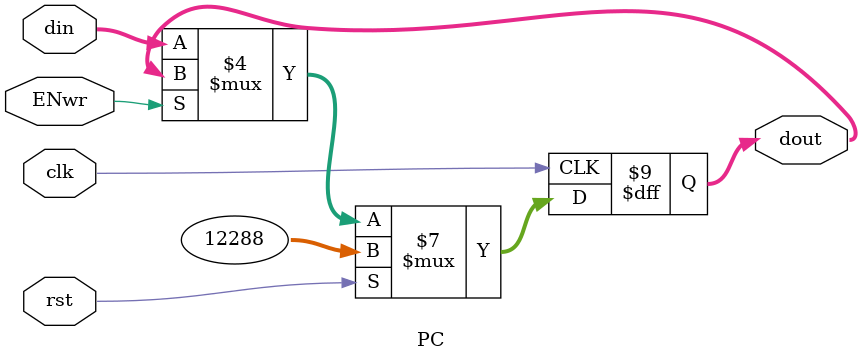
<source format=v>
module PC(clk,rst,ENwr,din,dout);
	input clk,rst,ENwr;
	input[31:0] din;
	output [31:0] dout;
	reg [31:0] dout;
	initial begin
		dout =  32'h3000;
	end

	always @(negedge clk) begin
		if (rst) begin
			dout <= 32'h3000;
		end
		else if (!ENwr)begin
			dout <= din;
		end
	end
endmodule


</source>
